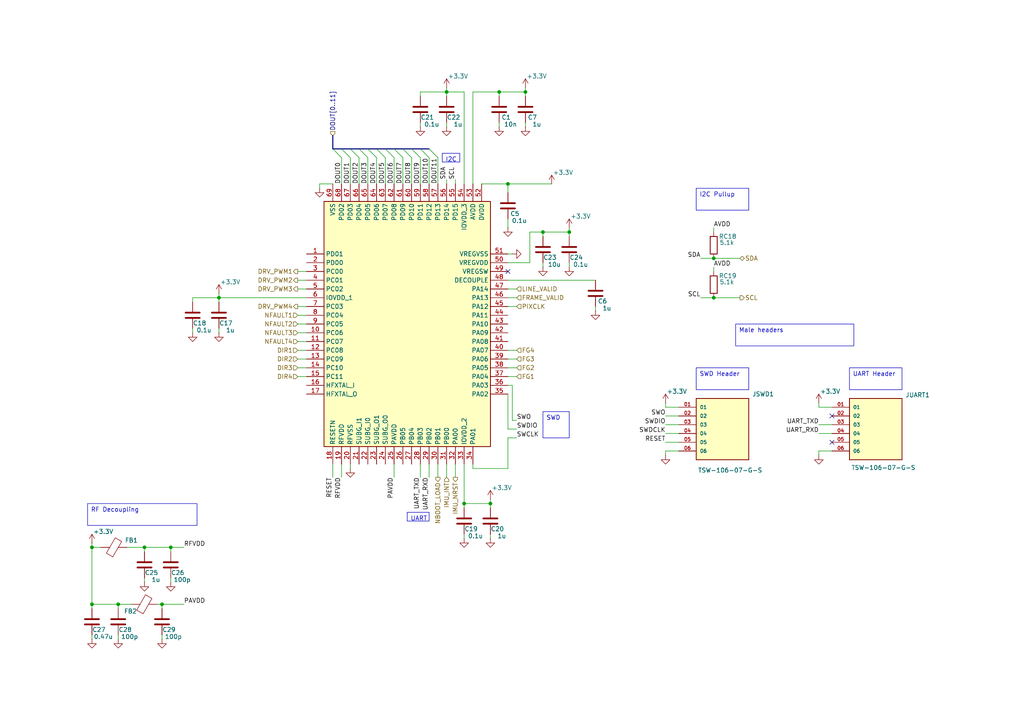
<source format=kicad_sch>
(kicad_sch (version 20231120) (generator "eeschema") (generator_version "8.0")
  (paper "A4")
  (title_block (title "FMU") (date "2024-04-05") (rev "1") (company "Daniel Pérez (steewBSD)") (comment 1 "Flight Management Unit for quadcopter") (comment 2 "Microcontroller, antenna and serial interfaces"))
  (lib_symbols
    (symbol "Device:C" (pin_numbers hide) (pin_names (offset 0.254))
      (property "Reference" "C" (at 0.635 2.54 0))
      (property "Value" "C" (at 0.635 -2.54 0))
      (symbol "C_0_1"
        (polyline (pts (xy -2.032 -0.762) (xy 2.032 -0.762)) (stroke (width 0.508)))
        (polyline (pts (xy -2.032 0.762) (xy 2.032 0.762)) (stroke (width 0.508)))
      )
      (symbol "C_1_1"
        (pin passive line (at 0 3.81 270) (length 2.794) (name "~") (number "1"))
        (pin passive line (at 0 -3.81 90) (length 2.794) (name "~") (number "2"))
      )
    )
    (symbol "Device:FerriteBead" (pin_numbers hide) (pin_names (offset 0))
      (property "Reference" "FB" (at -3.81 0.635 90))
      (property "Value" "FerriteBead" (at 3.81 0 90))
      (symbol "FerriteBead_0_1"
        (polyline (pts (xy 0 -1.27) (xy 0 -1.2192)))
        (polyline (pts (xy 0 1.27) (xy 0 1.2954)))
        (polyline (pts (xy -2.7686 0.4064) (xy -1.7018 2.2606) (xy 2.7686 -0.3048) (xy 1.6764 -2.159) (xy -2.7686 0.4064)))
      )
      (symbol "FerriteBead_1_1"
        (pin passive line (at 0 3.81 270) (length 2.54) (name "~") (number "1"))
        (pin passive line (at 0 -3.81 90) (length 2.54) (name "~") (number "2"))
      )
    )
    (symbol "Device:R" (pin_numbers hide) (pin_names (offset 0))
      (property "Reference" "R" (at 2.032 0 90))
      (property "Value" "R" (at 0 0 90))
      (symbol "R_0_1"
        (rectangle (start -1.016 -2.54) (end 1.016 2.54) (stroke (width 0.254)))
      )
      (symbol "R_1_1"
        (pin passive line (at 0 3.81 270) (length 1.27) (name "~") (number "1"))
        (pin passive line (at 0 -3.81 90) (length 1.27) (name "~") (number "2"))
      )
    )
    (symbol "EFR32FG28B320F1024IM68-AR:EFR32FG28B320F1024IM68-AR"
      (property "Reference" "IC" (at 54.61 20.32 0))
      (property "Value" "EFR32FG28B320F1024IM68-AR" (at 54.61 17.78 0))
      (symbol "EFR32FG28B320F1024IM68-AR_1_1"
        (rectangle (start 5.08 15.24) (end 53.34 -55.88) (stroke (width 0.254)) (fill (type background)))
        (pin passive line (at 0 0 0) (length 5.08) (name "PD01") (number "1"))
        (pin passive line (at 0 -22.86 0) (length 5.08) (name "PC06") (number "10"))
        (pin passive line (at 0 -25.4 0) (length 5.08) (name "PC07") (number "11"))
        (pin passive line (at 0 -27.94 0) (length 5.08) (name "PC08") (number "12"))
        (pin passive line (at 0 -30.48 0) (length 5.08) (name "PC09") (number "13"))
        (pin passive line (at 0 -33.02 0) (length 5.08) (name "PC10") (number "14"))
        (pin passive line (at 0 -35.56 0) (length 5.08) (name "PC11") (number "15"))
        (pin passive line (at 0 -38.1 0) (length 5.08) (name "HFXTAL_I") (number "16"))
        (pin passive line (at 0 -40.64 0) (length 5.08) (name "HFXTAL_O") (number "17"))
        (pin passive line (at 7.62 -60.96 90) (length 5.08) (name "RESETN") (number "18"))
        (pin passive line (at 10.16 -60.96 90) (length 5.08) (name "RFVDD") (number "19"))
        (pin passive line (at 0 -2.54 0) (length 5.08) (name "PD00") (number "2"))
        (pin passive line (at 12.7 -60.96 90) (length 5.08) (name "RFVSS") (number "20"))
        (pin passive line (at 15.24 -60.96 90) (length 5.08) (name "SUBG_I1") (number "21"))
        (pin passive line (at 17.78 -60.96 90) (length 5.08) (name "SUBG_I0") (number "22"))
        (pin passive line (at 20.32 -60.96 90) (length 5.08) (name "SUBG_O1") (number "23"))
        (pin passive line (at 22.86 -60.96 90) (length 5.08) (name "SUBG_O0") (number "24"))
        (pin passive line (at 25.4 -60.96 90) (length 5.08) (name "PAVDD") (number "25"))
        (pin passive line (at 27.94 -60.96 90) (length 5.08) (name "PB05") (number "26"))
        (pin passive line (at 30.48 -60.96 90) (length 5.08) (name "PB04") (number "27"))
        (pin passive line (at 33.02 -60.96 90) (length 5.08) (name "PB03") (number "28"))
        (pin passive line (at 35.56 -60.96 90) (length 5.08) (name "PB02") (number "29"))
        (pin passive line (at 0 -5.08 0) (length 5.08) (name "PC00") (number "3"))
        (pin passive line (at 38.1 -60.96 90) (length 5.08) (name "PB01") (number "30"))
        (pin passive line (at 40.64 -60.96 90) (length 5.08) (name "PB00") (number "31"))
        (pin passive line (at 43.18 -60.96 90) (length 5.08) (name "PA00") (number "32"))
        (pin passive line (at 45.72 -60.96 90) (length 5.08) (name "IOVDD_2") (number "33"))
        (pin passive line (at 48.26 -60.96 90) (length 5.08) (name "PA01") (number "34"))
        (pin passive line (at 58.42 -40.64 180) (length 5.08) (name "PA02") (number "35"))
        (pin passive line (at 58.42 -38.1 180) (length 5.08) (name "PA03") (number "36"))
        (pin passive line (at 58.42 -35.56 180) (length 5.08) (name "PA04") (number "37"))
        (pin passive line (at 58.42 -33.02 180) (length 5.08) (name "PA05") (number "38"))
        (pin passive line (at 58.42 -30.48 180) (length 5.08) (name "PA06") (number "39"))
        (pin passive line (at 0 -7.62 0) (length 5.08) (name "PC01") (number "4"))
        (pin passive line (at 58.42 -27.94 180) (length 5.08) (name "PA07") (number "40"))
        (pin passive line (at 58.42 -25.4 180) (length 5.08) (name "PA08") (number "41"))
        (pin passive line (at 58.42 -22.86 180) (length 5.08) (name "PA09") (number "42"))
        (pin passive line (at 58.42 -20.32 180) (length 5.08) (name "PA10") (number "43"))
        (pin passive line (at 58.42 -17.78 180) (length 5.08) (name "PA11") (number "44"))
        (pin passive line (at 58.42 -15.24 180) (length 5.08) (name "PA12") (number "45"))
        (pin passive line (at 58.42 -12.7 180) (length 5.08) (name "PA13") (number "46"))
        (pin passive line (at 58.42 -10.16 180) (length 5.08) (name "PA14") (number "47"))
        (pin passive line (at 58.42 -7.62 180) (length 5.08) (name "DECOUPLE") (number "48"))
        (pin passive line (at 58.42 -5.08 180) (length 5.08) (name "VREGSW") (number "49"))
        (pin passive line (at 0 -10.16 0) (length 5.08) (name "PC02") (number "5"))
        (pin passive line (at 58.42 -2.54 180) (length 5.08) (name "VREGVDD") (number "50"))
        (pin passive line (at 58.42 0 180) (length 5.08) (name "VREGVSS") (number "51"))
        (pin passive line (at 50.8 20.32 270) (length 5.08) (name "DVDD") (number "52"))
        (pin passive line (at 48.26 20.32 270) (length 5.08) (name "AVDD") (number "53"))
        (pin passive line (at 45.72 20.32 270) (length 5.08) (name "IOVDD_3") (number "54"))
        (pin passive line (at 43.18 20.32 270) (length 5.08) (name "PD15") (number "55"))
        (pin passive line (at 40.64 20.32 270) (length 5.08) (name "PD14") (number "56"))
        (pin passive line (at 38.1 20.32 270) (length 5.08) (name "PD13") (number "57"))
        (pin passive line (at 35.56 20.32 270) (length 5.08) (name "PD12") (number "58"))
        (pin passive line (at 33.02 20.32 270) (length 5.08) (name "PD11") (number "59"))
        (pin passive line (at 0 -12.7 0) (length 5.08) (name "IOVDD_1") (number "6"))
        (pin passive line (at 30.48 20.32 270) (length 5.08) (name "PD10") (number "60"))
        (pin passive line (at 27.94 20.32 270) (length 5.08) (name "PD09") (number "61"))
        (pin passive line (at 25.4 20.32 270) (length 5.08) (name "PD08") (number "62"))
        (pin passive line (at 22.86 20.32 270) (length 5.08) (name "PD07") (number "63"))
        (pin passive line (at 20.32 20.32 270) (length 5.08) (name "PD06") (number "64"))
        (pin passive line (at 17.78 20.32 270) (length 5.08) (name "PD05") (number "65"))
        (pin passive line (at 15.24 20.32 270) (length 5.08) (name "PD04") (number "66"))
        (pin passive line (at 12.7 20.32 270) (length 5.08) (name "PD03") (number "67"))
        (pin passive line (at 10.16 20.32 270) (length 5.08) (name "PD02") (number "68"))
        (pin passive line (at 7.62 20.32 270) (length 5.08) (name "VSS") (number "69"))
        (pin passive line (at 0 -15.24 0) (length 5.08) (name "PC03") (number "7"))
        (pin passive line (at 0 -17.78 0) (length 5.08) (name "PC04") (number "8"))
        (pin passive line (at 0 -20.32 0) (length 5.08) (name "PC05") (number "9"))
      )
    )
    (symbol "TSW-106-07-G-S:TSW-106-07-G-S" (pin_names (offset 1.016))
      (property "Reference" "J" (at -8.12 10.16 0))
      (property "Value" "TSW-106-07-G-S" (at -7.62 -10.16 0))
      (symbol "TSW-106-07-G-S_0_0"
        (rectangle (start -7.62 -7.62) (end 7.62 10.16) (stroke (width 0.254)) (fill (type background)))
        (pin passive line (at -12.7 7.62 0) (length 5.08) (name "01") (number "01"))
        (pin passive line (at -12.7 5.08 0) (length 5.08) (name "02") (number "02"))
        (pin passive line (at -12.7 2.54 0) (length 5.08) (name "03") (number "03"))
        (pin passive line (at -12.7 0 0) (length 5.08) (name "04") (number "04"))
        (pin passive line (at -12.7 -2.54 0) (length 5.08) (name "05") (number "05"))
        (pin passive line (at -12.7 -5.08 0) (length 5.08) (name "06") (number "06"))
      )
    )
    (symbol "power:+3.3V" (power) (pin_numbers hide) (pin_names (offset 0) hide)
      (property "Value" "+3.3V" (at 0 3.556 0))
      (symbol "+3.3V_0_1"
        (polyline (pts (xy -0.762 1.27) (xy 0 2.54)))
        (polyline (pts (xy 0 0) (xy 0 2.54)))
        (polyline (pts (xy 0 2.54) (xy 0.762 1.27)))
      )
      (symbol "+3.3V_1_1"
        (pin power_in line (at 0 0 90) (length 0) (name "~") (number "1"))
      )
    )
    (symbol "power:GND" (power) (pin_numbers hide) (pin_names (offset 0) hide)
      (property "Value" "GND" (at 0 -3.81 0))
      (symbol "GND_0_1"
        (polyline (pts (xy 0 0) (xy 0 -1.27) (xy 1.27 -1.27) (xy 0 -2.54) (xy -1.27 -1.27) (xy 0 -1.27)))
      )
      (symbol "GND_1_1"
        (pin power_in line (at 0 0 270) (length 0) (name "~") (number "1"))
      )
    )
  )
  (junction (at 49.53 158.75))
  (junction (at 26.67 158.75))
  (junction (at 165.1 67.31))
  (junction (at 207.01 86.36))
  (junction (at 152.4 26.67))
  (junction (at 147.32 53.34))
  (junction (at 34.29 175.26))
  (junction (at 46.99 175.26))
  (junction (at 144.78 26.67))
  (junction (at 157.48 67.31))
  (junction (at 142.24 146.05))
  (junction (at 129.54 26.67))
  (junction (at 26.67 175.26))
  (junction (at 134.62 146.05))
  (junction (at 41.91 158.75))
  (junction (at 63.5 86.36))
  (junction (at 207.01 74.93))
  (no_connect (at 147.32 78.74))
  (no_connect (at 241.3 128.27))
  (no_connect (at 241.3 120.65))
  (bus_entry (at 114.3 43.18) (size 2.54 2.54))
  (bus_entry (at 96.52 43.18) (size 2.54 2.54))
  (bus_entry (at 124.46 43.18) (size 2.54 2.54))
  (bus_entry (at 106.68 43.18) (size 2.54 2.54))
  (bus_entry (at 109.22 43.18) (size 2.54 2.54))
  (bus_entry (at 101.6 43.18) (size 2.54 2.54))
  (bus_entry (at 104.14 43.18) (size 2.54 2.54))
  (bus_entry (at 111.76 43.18) (size 2.54 2.54))
  (bus_entry (at 116.84 43.18) (size 2.54 2.54))
  (bus_entry (at 119.38 43.18) (size 2.54 2.54))
  (bus_entry (at 99.06 43.18) (size 2.54 2.54))
  (bus_entry (at 121.92 43.18) (size 2.54 2.54))
  (wire (pts (xy 157.48 76.2) (xy 157.48 77.47)))
  (wire (pts (xy 139.7 53.34) (xy 147.32 53.34)))
  (wire (pts (xy 207.01 74.93) (xy 214.63 74.93)))
  (wire (pts (xy 207.01 86.36) (xy 214.63 86.36)))
  (wire (pts (xy 134.62 146.05) (xy 134.62 147.32)))
  (wire (pts (xy 63.5 85.09) (xy 63.5 86.36)))
  (wire (pts (xy 193.04 132.08) (xy 193.04 130.81)))
  (wire (pts (xy 147.32 81.28) (xy 172.72 81.28)))
  (wire (pts (xy 119.38 45.72) (xy 119.38 53.34)))
  (wire (pts (xy 26.67 158.75) (xy 26.67 175.26)))
  (wire (pts (xy 147.32 101.6) (xy 149.86 101.6)))
  (bus (pts (xy 111.76 43.18) (xy 114.3 43.18)))
  (wire (pts (xy 114.3 45.72) (xy 114.3 53.34)))
  (wire (pts (xy 147.32 66.04) (xy 147.32 63.5)))
  (bus (pts (xy 121.92 43.18) (xy 124.46 43.18)))
  (wire (pts (xy 121.92 134.62) (xy 121.92 138.43)))
  (wire (pts (xy 137.16 26.67) (xy 144.78 26.67)))
  (wire (pts (xy 121.92 45.72) (xy 121.92 53.34)))
  (wire (pts (xy 124.46 45.72) (xy 124.46 53.34)))
  (bus (pts (xy 101.6 43.18) (xy 104.14 43.18)))
  (wire (pts (xy 153.67 67.31) (xy 157.48 67.31)))
  (wire (pts (xy 147.32 124.46) (xy 149.86 124.46)))
  (wire (pts (xy 121.92 26.67) (xy 121.92 27.94)))
  (wire (pts (xy 237.49 130.81) (xy 241.3 130.81)))
  (wire (pts (xy 134.62 154.94) (xy 134.62 156.21)))
  (wire (pts (xy 237.49 123.19) (xy 241.3 123.19)))
  (wire (pts (xy 147.32 83.82) (xy 149.86 83.82)))
  (wire (pts (xy 147.32 109.22) (xy 149.86 109.22)))
  (wire (pts (xy 26.67 158.75) (xy 29.21 158.75)))
  (wire (pts (xy 153.67 76.2) (xy 147.32 76.2)))
  (bus (pts (xy 96.52 43.18) (xy 96.52 39.37)))
  (wire (pts (xy 86.36 101.6) (xy 88.9 101.6)))
  (wire (pts (xy 34.29 175.26) (xy 34.29 176.53)))
  (wire (pts (xy 147.32 111.76) (xy 148.59 111.76)))
  (wire (pts (xy 129.54 35.56) (xy 129.54 36.83)))
  (wire (pts (xy 147.32 106.68) (xy 149.86 106.68)))
  (wire (pts (xy 144.78 26.67) (xy 152.4 26.67)))
  (wire (pts (xy 86.36 88.9) (xy 88.9 88.9)))
  (bus (pts (xy 96.52 43.18) (xy 99.06 43.18)))
  (wire (pts (xy 237.49 125.73) (xy 241.3 125.73)))
  (wire (pts (xy 157.48 67.31) (xy 157.48 68.58)))
  (wire (pts (xy 237.49 116.84) (xy 237.49 118.11)))
  (wire (pts (xy 237.49 118.11) (xy 241.3 118.11)))
  (wire (pts (xy 124.46 134.62) (xy 124.46 138.43)))
  (wire (pts (xy 127 45.72) (xy 127 53.34)))
  (wire (pts (xy 26.67 184.15) (xy 26.67 185.42)))
  (wire (pts (xy 152.4 26.67) (xy 152.4 27.94)))
  (wire (pts (xy 34.29 184.15) (xy 34.29 185.42)))
  (wire (pts (xy 196.85 118.11) (xy 193.04 118.11)))
  (wire (pts (xy 116.84 45.72) (xy 116.84 53.34)))
  (wire (pts (xy 193.04 130.81) (xy 196.85 130.81)))
  (wire (pts (xy 147.32 88.9) (xy 149.86 88.9)))
  (wire (pts (xy 104.14 45.72) (xy 104.14 53.34)))
  (wire (pts (xy 142.24 144.78) (xy 142.24 146.05)))
  (wire (pts (xy 147.32 55.88) (xy 147.32 53.34)))
  (wire (pts (xy 147.32 53.34) (xy 160.02 53.34)))
  (wire (pts (xy 46.99 175.26) (xy 53.34 175.26)))
  (wire (pts (xy 147.32 124.46) (xy 147.32 114.3)))
  (wire (pts (xy 101.6 134.62) (xy 101.6 135.89)))
  (wire (pts (xy 193.04 125.73) (xy 196.85 125.73)))
  (wire (pts (xy 147.32 135.89) (xy 137.16 135.89)))
  (wire (pts (xy 49.53 158.75) (xy 49.53 160.02)))
  (wire (pts (xy 152.4 25.4) (xy 152.4 26.67)))
  (wire (pts (xy 46.99 176.53) (xy 46.99 175.26)))
  (wire (pts (xy 129.54 134.62) (xy 129.54 138.43)))
  (wire (pts (xy 41.91 158.75) (xy 49.53 158.75)))
  (wire (pts (xy 144.78 35.56) (xy 144.78 36.83)))
  (wire (pts (xy 193.04 120.65) (xy 196.85 120.65)))
  (wire (pts (xy 157.48 67.31) (xy 165.1 67.31)))
  (wire (pts (xy 144.78 26.67) (xy 144.78 27.94)))
  (wire (pts (xy 142.24 154.94) (xy 142.24 156.21)))
  (wire (pts (xy 41.91 158.75) (xy 41.91 160.02)))
  (wire (pts (xy 86.36 99.06) (xy 88.9 99.06)))
  (wire (pts (xy 165.1 76.2) (xy 165.1 77.47)))
  (bus (pts (xy 116.84 43.18) (xy 119.38 43.18)))
  (wire (pts (xy 165.1 67.31) (xy 165.1 68.58)))
  (wire (pts (xy 147.32 104.14) (xy 149.86 104.14)))
  (wire (pts (xy 63.5 86.36) (xy 63.5 87.63)))
  (wire (pts (xy 147.32 73.66) (xy 148.59 73.66)))
  (wire (pts (xy 147.32 127) (xy 149.86 127)))
  (wire (pts (xy 41.91 167.64) (xy 41.91 168.91)))
  (wire (pts (xy 86.36 81.28) (xy 88.9 81.28)))
  (wire (pts (xy 165.1 66.04) (xy 165.1 67.31)))
  (wire (pts (xy 26.67 175.26) (xy 26.67 176.53)))
  (wire (pts (xy 36.83 158.75) (xy 41.91 158.75)))
  (wire (pts (xy 147.32 135.89) (xy 147.32 127)))
  (wire (pts (xy 114.3 138.43) (xy 114.3 134.62)))
  (wire (pts (xy 129.54 52.07) (xy 129.54 53.34)))
  (wire (pts (xy 55.88 86.36) (xy 63.5 86.36)))
  (wire (pts (xy 193.04 123.19) (xy 196.85 123.19)))
  (wire (pts (xy 129.54 25.4) (xy 129.54 26.67)))
  (wire (pts (xy 148.59 121.92) (xy 149.86 121.92)))
  (wire (pts (xy 153.67 67.31) (xy 153.67 76.2)))
  (bus (pts (xy 104.14 43.18) (xy 106.68 43.18)))
  (bus (pts (xy 99.06 43.18) (xy 101.6 43.18)))
  (wire (pts (xy 132.08 52.07) (xy 132.08 53.34)))
  (wire (pts (xy 109.22 45.72) (xy 109.22 53.34)))
  (wire (pts (xy 132.08 134.62) (xy 132.08 138.43)))
  (wire (pts (xy 86.36 83.82) (xy 88.9 83.82)))
  (wire (pts (xy 26.67 175.26) (xy 34.29 175.26)))
  (wire (pts (xy 142.24 146.05) (xy 142.24 147.32)))
  (wire (pts (xy 147.32 86.36) (xy 149.86 86.36)))
  (wire (pts (xy 172.72 88.9) (xy 172.72 90.17)))
  (wire (pts (xy 106.68 45.72) (xy 106.68 53.34)))
  (wire (pts (xy 207.01 66.04) (xy 207.01 67.31)))
  (wire (pts (xy 99.06 45.72) (xy 99.06 53.34)))
  (wire (pts (xy 237.49 132.08) (xy 237.49 130.81)))
  (wire (pts (xy 45.72 175.26) (xy 46.99 175.26)))
  (wire (pts (xy 207.01 77.47) (xy 207.01 78.74)))
  (wire (pts (xy 129.54 26.67) (xy 129.54 27.94)))
  (wire (pts (xy 92.71 54.61) (xy 92.71 53.34)))
  (wire (pts (xy 137.16 26.67) (xy 137.16 53.34)))
  (wire (pts (xy 101.6 45.72) (xy 101.6 53.34)))
  (bus (pts (xy 109.22 43.18) (xy 111.76 43.18)))
  (wire (pts (xy 92.71 53.34) (xy 96.52 53.34)))
  (wire (pts (xy 193.04 118.11) (xy 193.04 116.84)))
  (wire (pts (xy 86.36 93.98) (xy 88.9 93.98)))
  (wire (pts (xy 86.36 96.52) (xy 88.9 96.52)))
  (wire (pts (xy 203.2 86.36) (xy 207.01 86.36)))
  (bus (pts (xy 114.3 43.18) (xy 116.84 43.18)))
  (wire (pts (xy 134.62 26.67) (xy 134.62 53.34)))
  (wire (pts (xy 49.53 167.64) (xy 49.53 168.91)))
  (wire (pts (xy 55.88 86.36) (xy 55.88 87.63)))
  (wire (pts (xy 134.62 134.62) (xy 134.62 146.05)))
  (wire (pts (xy 26.67 157.48) (xy 26.67 158.75)))
  (wire (pts (xy 46.99 185.42) (xy 46.99 184.15)))
  (wire (pts (xy 111.76 45.72) (xy 111.76 53.34)))
  (bus (pts (xy 106.68 43.18) (xy 109.22 43.18)))
  (wire (pts (xy 86.36 78.74) (xy 88.9 78.74)))
  (wire (pts (xy 148.59 111.76) (xy 148.59 121.92)))
  (wire (pts (xy 96.52 134.62) (xy 96.52 138.43)))
  (wire (pts (xy 86.36 91.44) (xy 88.9 91.44)))
  (wire (pts (xy 86.36 109.22) (xy 88.9 109.22)))
  (wire (pts (xy 63.5 95.25) (xy 63.5 96.52)))
  (wire (pts (xy 193.04 128.27) (xy 196.85 128.27)))
  (wire (pts (xy 203.2 74.93) (xy 207.01 74.93)))
  (bus (pts (xy 119.38 43.18) (xy 121.92 43.18)))
  (wire (pts (xy 49.53 158.75) (xy 53.34 158.75)))
  (wire (pts (xy 55.88 95.25) (xy 55.88 96.52)))
  (wire (pts (xy 152.4 35.56) (xy 152.4 36.83)))
  (wire (pts (xy 99.06 134.62) (xy 99.06 138.43)))
  (wire (pts (xy 34.29 175.26) (xy 38.1 175.26)))
  (wire (pts (xy 63.5 86.36) (xy 88.9 86.36)))
  (wire (pts (xy 86.36 106.68) (xy 88.9 106.68)))
  (wire (pts (xy 137.16 135.89) (xy 137.16 134.62)))
  (wire (pts (xy 134.62 26.67) (xy 129.54 26.67)))
  (wire (pts (xy 121.92 26.67) (xy 129.54 26.67)))
  (wire (pts (xy 86.36 104.14) (xy 88.9 104.14)))
  (wire (pts (xy 121.92 35.56) (xy 121.92 36.83)))
  (wire (pts (xy 127 134.62) (xy 127 138.43)))
  (wire (pts (xy 134.62 146.05) (xy 142.24 146.05)))
  (text_box "RF Decoupling" (at 25.4 146.05 0) (size 31.75 6.35) (effects (font (size 1.27 1.27)) (justify left top)))
  (text_box "Male headers" (at 213.36 93.98 0) (size 34.29 6.35) (effects (font (size 1.27 1.27)) (justify left top)))
  (text_box "I2C" (at 128.27 44.45 0) (size 5.08 2.54) (effects (font (size 1.27 1.27)) (justify left top)))
  (text_box "UART" (at 118.11 148.59 0) (size 6.35 2.54) (effects (font (size 1.27 1.27)) (justify left top)))
  (text_box "SWD Header" (at 201.93 106.68 0) (size 15.24 6.35) (effects (font (size 1.27 1.27)) (justify left top)))
  (text_box "I2C Pullup" (at 201.93 54.61 0) (size 15.24 6.35) (effects (font (size 1.27 1.27)) (justify left top)))
  (text_box "SWD" (at 157.48 119.38 0) (size 7.62 7.62) (effects (font (size 1.27 1.27)) (justify left top)))
  (text_box "UART Header" (at 246.38 106.68 0) (size 15.24 6.35) (effects (font (size 1.27 1.27)) (justify left top)))
  (label "PAVDD" (at 114.3 138.43 270))
  (label "PAVDD" (at 53.34 175.26 0))
  (label "UART_RXD" (at 124.46 138.43 270))
  (label "SWCLK" (at 149.86 127 0))
  (label "RFVDD" (at 53.34 158.75 0))
  (label "DOUT3" (at 106.68 53.34 90))
  (label "DOUT5" (at 111.76 53.34 90))
  (label "SWDIO" (at 149.86 124.46 0))
  (label "SWDCLK" (at 193.04 125.73 180))
  (label "UART_RXD" (at 237.49 125.73 180))
  (label "DOUT10" (at 124.46 53.34 90))
  (label "UART_TXD" (at 121.92 138.43 270))
  (label "DOUT4" (at 109.22 53.34 90))
  (label "DOUT11" (at 127 53.34 90))
  (label "SWO" (at 149.86 121.92 0))
  (label "SCL" (at 132.08 52.07 90))
  (label "SDA" (at 203.2 74.93 180))
  (label "DOUT2" (at 104.14 53.34 90))
  (label "DOUT7" (at 116.84 53.34 90))
  (label "DOUT6" (at 114.3 53.34 90))
  (label "DOUT1" (at 101.6 53.34 90))
  (label "SCL" (at 203.2 86.36 180))
  (label "RESET" (at 193.04 128.27 180))
  (label "SWDIO" (at 193.04 123.19 180))
  (label "AVDD" (at 207.01 77.47 0))
  (label "DOUT0" (at 99.06 53.34 90))
  (label "SWO" (at 193.04 120.65 180))
  (label "UART_TXD" (at 237.49 123.19 180))
  (label "DOUT8" (at 119.38 53.34 90))
  (label "AVDD" (at 207.01 66.04 0))
  (label "RFVDD" (at 99.06 138.43 270))
  (label "SDA" (at 129.54 52.07 90))
  (label "RESET" (at 96.52 138.43 270))
  (label "DOUT9" (at 121.92 53.34 90))
  (hierarchical_label "LINE_VALID" (shape input) (at 149.86 83.82 0))
  (hierarchical_label "DRV_PWM2" (shape output) (at 86.36 81.28 180))
  (hierarchical_label "IMU_INT" (shape input) (at 129.54 138.43 270))
  (hierarchical_label "DIR4" (shape input) (at 86.36 109.22 180))
  (hierarchical_label "DOUT[0..11]" (shape input) (at 96.52 39.37 90))
  (hierarchical_label "NFAULT1" (shape input) (at 86.36 91.44 180))
  (hierarchical_label "NFAULT3" (shape input) (at 86.36 96.52 180))
  (hierarchical_label "FRAME_VALID" (shape input) (at 149.86 86.36 0))
  (hierarchical_label "PIXCLK" (shape input) (at 149.86 88.9 0))
  (hierarchical_label "DIR1" (shape input) (at 86.36 101.6 180))
  (hierarchical_label "FG2" (shape input) (at 149.86 106.68 0))
  (hierarchical_label "DIR3" (shape input) (at 86.36 106.68 180))
  (hierarchical_label "DIR2" (shape input) (at 86.36 104.14 180))
  (hierarchical_label "NBOOT_LOAD" (shape output) (at 127 138.43 270))
  (hierarchical_label "IMU_NRST" (shape output) (at 132.08 138.43 270))
  (hierarchical_label "SCL" (shape output) (at 214.63 86.36 0))
  (hierarchical_label "FG1" (shape input) (at 149.86 109.22 0))
  (hierarchical_label "FG3" (shape input) (at 149.86 104.14 0))
  (hierarchical_label "DRV_PWM1" (shape output) (at 86.36 78.74 180))
  (hierarchical_label "DRV_PWM4" (shape output) (at 86.36 88.9 180))
  (hierarchical_label "NFAULT4" (shape input) (at 86.36 99.06 180))
  (hierarchical_label "FG4" (shape input) (at 149.86 101.6 0))
  (hierarchical_label "SDA" (shape bidirectional) (at 214.63 74.93 0))
  (hierarchical_label "DRV_PWM3" (shape output) (at 86.36 83.82 180))
  (hierarchical_label "NFAULT2" (shape input) (at 86.36 93.98 180))
  (symbol (lib_id "power:GND") (at 172.72 90.17 0) (unit 1)
    (property "Reference" "#PWR08" (effects (hide yes)))
    (property "Value" "GND" (effects (hide yes)))
    (property "Description" "Power symbol creates a global label with name \"GND\" , ground" (effects (hide yes)))
  )
  (symbol (lib_id "power:+3.3V") (at 26.67 157.48 0) (unit 1)
    (property "Reference" "#PWR0113" (effects (hide yes)))
    (property "Value" "+3.3V" (at 29.972 154.178 0))
    (property "Description" "Power symbol creates a global label with name \"+3.3V\"" (effects (hide yes)))
  )
  (symbol (lib_id "power:GND") (at 46.99 185.42 0) (unit 1)
    (property "Reference" "#PWR0117" (effects (hide yes)))
    (property "Value" "GND" (effects (hide yes)))
    (property "Description" "Power symbol creates a global label with name \"GND\" , ground" (effects (hide yes)))
  )
  (symbol (lib_id "EFR32FG28B320F1024IM68-AR:EFR32FG28B320F1024IM68-AR") (at 88.9 73.66 0) (unit 1)
    (property "Reference" "IC2" (effects (hide yes)))
    (property "Value" "EFR32FG28B320F1024IM68-AR" (effects (hide yes)))
    (property "Footprint" "QFN40P800X800X90-69N-D" (effects (hide yes)))
    (property "Datasheet" "https://www.silabs.com/documents/public/data-sheets/efr32fg28-datasheet.pdf" (effects (hide yes)))
    (property "Description" "RF System on a Chip - SoC Sub-GHz, 1024kB Flash, 256kB RAM, +20 dBm, Secure Vault - High, MVP" (effects (hide yes)))
    (property "Height" "0.9" (effects (hide yes)))
    (property "Manufacturer_Name" "Silicon Labs" (effects (hide yes)))
    (property "Manufacturer_Part_Number" "EFR32FG28B320F1024IM68-AR" (effects (hide yes)))
    (property "Mouser Part Number" "634-FG28B320FIM68AR" (effects (hide yes)))
    (property "Mouser Price/Stock" "https://www.mouser.co.uk/ProductDetail/Silicon-Labs/EFR32FG28B320F1024IM68-AR?qs=1Kr7Jg1SGW9ihWLi9kinpQ%3D%3D" (effects (hide yes)))
  )
  (symbol (lib_id "power:GND") (at 49.53 168.91 0) (unit 1)
    (property "Reference" "#PWR0116" (effects (hide yes)))
    (property "Value" "GND" (effects (hide yes)))
    (property "Description" "Power symbol creates a global label with name \"GND\" , ground" (effects (hide yes)))
  )
  (symbol (lib_id "power:GND") (at 41.91 168.91 0) (unit 1)
    (property "Reference" "#PWR0114" (effects (hide yes)))
    (property "Value" "GND" (effects (hide yes)))
    (property "Description" "Power symbol creates a global label with name \"GND\" , ground" (effects (hide yes)))
  )
  (symbol (lib_id "power:GND") (at 237.49 132.08 0) (unit 1)
    (property "Reference" "#PWR080" (effects (hide yes)))
    (property "Value" "GND" (effects (hide yes)))
    (property "Description" "Power symbol creates a global label with name \"GND\" , ground" (effects (hide yes)))
  )
  (symbol (lib_id "Device:C") (at 144.78 31.75 180) (unit 1)
    (property "Reference" "C1" (at 146.812 34.036 0))
    (property "Value" "10n" (at 148.082 36.068 0))
    (property "Footprint" "Capacitor_SMD:C_0603_1608Metric" (effects (hide yes)))
    (property "Description" "Unpolarized capacitor" (effects (hide yes)))
    (property "Type" "X5R" (effects (hide yes)))
  )
  (symbol (lib_id "power:GND") (at 144.78 36.83 0) (unit 1)
    (property "Reference" "#PWR09" (effects (hide yes)))
    (property "Value" "GND" (effects (hide yes)))
    (property "Description" "Power symbol creates a global label with name \"GND\" , ground" (effects (hide yes)))
  )
  (symbol (lib_id "power:+3.3V") (at 142.24 144.78 0) (unit 1)
    (property "Reference" "#PWR0105" (effects (hide yes)))
    (property "Value" "+3.3V" (at 145.542 141.478 0))
    (property "Description" "Power symbol creates a global label with name \"+3.3V\"" (effects (hide yes)))
  )
  (symbol (lib_id "power:+3.3V") (at 160.02 53.34 0) (unit 1)
    (property "Reference" "#PWR05" (effects (hide yes)))
    (property "Value" "+3.3V" (at 163.322 50.038 0))
    (property "Description" "Power symbol creates a global label with name \"+3.3V\"" (effects (hide yes)))
  )
  (symbol (lib_id "power:+3.3V") (at 152.4 25.4 0) (unit 1)
    (property "Reference" "#PWR011" (effects (hide yes)))
    (property "Value" "+3.3V" (at 155.702 22.098 0))
    (property "Description" "Power symbol creates a global label with name \"+3.3V\"" (effects (hide yes)))
  )
  (symbol (lib_id "Device:R") (at 207.01 71.12 0) (unit 1)
    (property "Reference" "RC18" (at 211.074 68.58 0))
    (property "Value" "5.1k" (at 210.82 70.358 0))
    (property "Footprint" "Resistor_SMD:R_0603_1608Metric" (effects (hide yes)))
    (property "Description" "Resistor" (effects (hide yes)))
  )
  (symbol (lib_id "Device:C") (at 142.24 151.13 180) (unit 1)
    (property "Reference" "C20" (at 144.272 153.416 0))
    (property "Value" "1u" (at 145.542 155.448 0))
    (property "Footprint" "Capacitor_SMD:C_0603_1608Metric" (effects (hide yes)))
    (property "Description" "Unpolarized capacitor" (effects (hide yes)))
    (property "Type" "X5R" (effects (hide yes)))
  )
  (symbol (lib_id "Device:R") (at 207.01 82.55 0) (unit 1)
    (property "Reference" "RC19" (at 211.074 80.01 0))
    (property "Value" "5.1k" (at 210.82 81.788 0))
    (property "Footprint" "Resistor_SMD:R_0603_1608Metric" (effects (hide yes)))
    (property "Description" "Resistor" (effects (hide yes)))
  )
  (symbol (lib_id "power:+3.3V") (at 193.04 116.84 0) (unit 1)
    (property "Reference" "#PWR035" (effects (hide yes)))
    (property "Value" "+3.3V" (at 196.342 113.538 0))
    (property "Description" "Power symbol creates a global label with name \"+3.3V\"" (effects (hide yes)))
  )
  (symbol (lib_id "TSW-106-07-G-S:TSW-106-07-G-S") (at 254 125.73 0) (unit 1)
    (property "Reference" "JUART1" (at 262.636 114.554 0) (effects (justify left)))
    (property "Value" "TSW-106-07-G-S" (at 246.888 135.636 0) (effects (justify left)))
    (property "Footprint" "TSW-106-07-G-S:SAMTEC_TSW-106-07-G-S" (effects (hide yes)))
    (property "MF" "Samtec Inc." (effects (hide yes)))
    (property "Description_1" "\nTSW - Samtec 2.54mm Pin Header 10.92mm Overall Pin Length (07) - Fast Stock\n" (effects (hide yes)))
    (property "Package" "None" (effects (hide yes)))
    (property "Price" "None" (effects (hide yes)))
    (property "Check_prices" "https://www.snapeda.com/parts/TSW-106-07-G-S/Samtec+Inc./view-part/?ref=eda" (effects (hide yes)))
    (property "STANDARD" "Manufacturer Recommendations" (effects (hide yes)))
    (property "PARTREV" "R" (effects (hide yes)))
    (property "SnapEDA_Link" "https://www.snapeda.com/parts/TSW-106-07-G-S/Samtec+Inc./view-part/?ref=snap" (effects (hide yes)))
    (property "MP" "TSW-106-07-G-S" (effects (hide yes)))
    (property "Availability" "In Stock" (effects (hide yes)))
    (property "MANUFACTURER" "Samtec Inc." (effects (hide yes)))
  )
  (symbol (lib_id "power:GND") (at 165.1 77.47 0) (unit 1)
    (property "Reference" "#PWR0112" (effects (hide yes)))
    (property "Value" "GND" (effects (hide yes)))
    (property "Description" "Power symbol creates a global label with name \"GND\" , ground" (effects (hide yes)))
  )
  (symbol (lib_id "power:GND") (at 101.6 135.89 0) (unit 1)
    (property "Reference" "#PWR01" (effects (hide yes)))
    (property "Value" "GND" (effects (hide yes)))
    (property "Description" "Power symbol creates a global label with name \"GND\" , ground" (effects (hide yes)))
  )
  (symbol (lib_id "Device:C") (at 34.29 180.34 180) (unit 1)
    (property "Reference" "C28" (at 36.322 182.626 0))
    (property "Value" "100p" (at 37.592 184.658 0))
    (property "Footprint" "Capacitor_SMD:C_0603_1608Metric" (effects (hide yes)))
    (property "Description" "Unpolarized capacitor" (effects (hide yes)))
    (property "Type" "X5R" (effects (hide yes)))
  )
  (symbol (lib_id "Device:C") (at 172.72 85.09 180) (unit 1)
    (property "Reference" "C6" (at 174.752 87.376 0))
    (property "Value" "1u" (at 176.022 89.408 0))
    (property "Footprint" "Capacitor_SMD:C_0603_1608Metric" (effects (hide yes)))
    (property "Description" "Unpolarized capacitor" (effects (hide yes)))
    (property "Type" "X5R" (effects (hide yes)))
  )
  (symbol (lib_id "power:+3.3V") (at 63.5 85.09 0) (unit 1)
    (property "Reference" "#PWR0101" (effects (hide yes)))
    (property "Value" "+3.3V" (at 66.802 81.788 0))
    (property "Description" "Power symbol creates a global label with name \"+3.3V\"" (effects (hide yes)))
  )
  (symbol (lib_id "power:GND") (at 26.67 185.42 0) (unit 1)
    (property "Reference" "#PWR0115" (effects (hide yes)))
    (property "Value" "GND" (effects (hide yes)))
    (property "Description" "Power symbol creates a global label with name \"GND\" , ground" (effects (hide yes)))
  )
  (symbol (lib_id "Device:C") (at 26.67 180.34 180) (unit 1)
    (property "Reference" "C27" (at 28.702 182.626 0))
    (property "Value" "0.47u" (at 29.972 184.658 0))
    (property "Footprint" "Capacitor_SMD:C_0603_1608Metric" (effects (hide yes)))
    (property "Description" "Unpolarized capacitor" (effects (hide yes)))
    (property "Type" "X5R" (effects (hide yes)))
  )
  (symbol (lib_id "power:GND") (at 142.24 156.21 0) (unit 1)
    (property "Reference" "#PWR0106" (effects (hide yes)))
    (property "Value" "GND" (effects (hide yes)))
    (property "Description" "Power symbol creates a global label with name \"GND\" , ground" (effects (hide yes)))
  )
  (symbol (lib_id "Device:C") (at 46.99 180.34 180) (unit 1)
    (property "Reference" "C29" (at 49.022 182.626 0))
    (property "Value" "100p" (at 50.292 184.658 0))
    (property "Footprint" "Capacitor_SMD:C_0603_1608Metric" (effects (hide yes)))
    (property "Description" "Unpolarized capacitor" (effects (hide yes)))
    (property "Type" "X5R" (effects (hide yes)))
  )
  (symbol (lib_id "power:GND") (at 63.5 96.52 0) (unit 1)
    (property "Reference" "#PWR0102" (effects (hide yes)))
    (property "Value" "GND" (effects (hide yes)))
    (property "Description" "Power symbol creates a global label with name \"GND\" , ground" (effects (hide yes)))
  )
  (symbol (lib_id "Device:C") (at 165.1 72.39 180) (unit 1)
    (property "Reference" "C24" (at 167.132 74.676 0))
    (property "Value" "0.1u" (at 168.402 76.708 0))
    (property "Footprint" "Capacitor_SMD:C_0603_1608Metric" (effects (hide yes)))
    (property "Description" "Unpolarized capacitor" (effects (hide yes)))
    (property "Type" "X5R" (effects (hide yes)))
  )
  (symbol (lib_id "power:GND") (at 148.59 73.66 90) (unit 1)
    (property "Reference" "#PWR013" (effects (hide yes)))
    (property "Value" "GND" (effects (hide yes)))
    (property "Description" "Power symbol creates a global label with name \"GND\" , ground" (effects (hide yes)))
  )
  (symbol (lib_id "power:+3.3V") (at 165.1 66.04 0) (unit 1)
    (property "Reference" "#PWR0110" (effects (hide yes)))
    (property "Value" "+3.3V" (at 168.402 62.738 0))
    (property "Description" "Power symbol creates a global label with name \"+3.3V\"" (effects (hide yes)))
  )
  (symbol (lib_id "Device:C") (at 121.92 31.75 180) (unit 1)
    (property "Reference" "C21" (at 123.952 34.036 0))
    (property "Value" "0.1u" (at 125.222 36.068 0))
    (property "Footprint" "Capacitor_SMD:C_0603_1608Metric" (effects (hide yes)))
    (property "Description" "Unpolarized capacitor" (effects (hide yes)))
    (property "Type" "X5R" (effects (hide yes)))
  )
  (symbol (lib_id "Device:C") (at 55.88 91.44 180) (unit 1)
    (property "Reference" "C18" (at 57.912 93.726 0))
    (property "Value" "0.1u" (at 59.182 95.758 0))
    (property "Footprint" "Capacitor_SMD:C_0603_1608Metric" (effects (hide yes)))
    (property "Description" "Unpolarized capacitor" (effects (hide yes)))
    (property "Type" "X5R" (effects (hide yes)))
  )
  (symbol (lib_id "power:GND") (at 152.4 36.83 0) (unit 1)
    (property "Reference" "#PWR012" (effects (hide yes)))
    (property "Value" "GND" (effects (hide yes)))
    (property "Description" "Power symbol creates a global label with name \"GND\" , ground" (effects (hide yes)))
  )
  (symbol (lib_id "TSW-106-07-G-S:TSW-106-07-G-S") (at 209.55 125.73 0) (unit 1)
    (property "Reference" "JSWD1" (at 218.186 114.3 0) (effects (justify left)))
    (property "Value" "TSW-106-07-G-S" (at 202.438 136.398 0) (effects (justify left)))
    (property "Footprint" "TSW-106-07-G-S:SAMTEC_TSW-106-07-G-S" (effects (hide yes)))
    (property "MF" "Samtec Inc." (effects (hide yes)))
    (property "Description_1" "\nTSW - Samtec 2.54mm Pin Header 10.92mm Overall Pin Length (07) - Fast Stock\n" (effects (hide yes)))
    (property "Package" "None" (effects (hide yes)))
    (property "Price" "None" (effects (hide yes)))
    (property "Check_prices" "https://www.snapeda.com/parts/TSW-106-07-G-S/Samtec+Inc./view-part/?ref=eda" (effects (hide yes)))
    (property "STANDARD" "Manufacturer Recommendations" (effects (hide yes)))
    (property "PARTREV" "R" (effects (hide yes)))
    (property "SnapEDA_Link" "https://www.snapeda.com/parts/TSW-106-07-G-S/Samtec+Inc./view-part/?ref=snap" (effects (hide yes)))
    (property "MP" "TSW-106-07-G-S" (effects (hide yes)))
    (property "Availability" "In Stock" (effects (hide yes)))
    (property "MANUFACTURER" "Samtec Inc." (effects (hide yes)))
  )
  (symbol (lib_id "power:GND") (at 193.04 132.08 0) (unit 1)
    (property "Reference" "#PWR036" (effects (hide yes)))
    (property "Value" "GND" (effects (hide yes)))
    (property "Description" "Power symbol creates a global label with name \"GND\" , ground" (effects (hide yes)))
  )
  (symbol (lib_id "power:+3.3V") (at 129.54 25.4 0) (unit 1)
    (property "Reference" "#PWR0108" (effects (hide yes)))
    (property "Value" "+3.3V" (at 132.842 22.098 0))
    (property "Description" "Power symbol creates a global label with name \"+3.3V\"" (effects (hide yes)))
  )
  (symbol (lib_id "Device:C") (at 134.62 151.13 180) (unit 1)
    (property "Reference" "C19" (at 136.652 153.416 0))
    (property "Value" "0.1u" (at 137.922 155.448 0))
    (property "Footprint" "Capacitor_SMD:C_0603_1608Metric" (effects (hide yes)))
    (property "Description" "Unpolarized capacitor" (effects (hide yes)))
    (property "Type" "X5R" (effects (hide yes)))
  )
  (symbol (lib_id "Device:C") (at 147.32 59.69 180) (unit 1)
    (property "Reference" "C5" (at 149.352 61.976 0))
    (property "Value" "0.1u" (at 150.622 64.008 0))
    (property "Footprint" "Capacitor_SMD:C_0603_1608Metric" (effects (hide yes)))
    (property "Description" "Unpolarized capacitor" (effects (hide yes)))
    (property "Type" "X5R" (effects (hide yes)))
  )
  (symbol (lib_id "Device:C") (at 63.5 91.44 180) (unit 1)
    (property "Reference" "C17" (at 65.532 93.726 0))
    (property "Value" "1u" (at 66.802 95.758 0))
    (property "Footprint" "Capacitor_SMD:C_0603_1608Metric" (effects (hide yes)))
    (property "Description" "Unpolarized capacitor" (effects (hide yes)))
    (property "Type" "X5R" (effects (hide yes)))
  )
  (symbol (lib_id "Device:FerriteBead") (at 33.02 158.75 270) (unit 1)
    (property "Reference" "FB1" (at 38.1 156.718 90))
    (property "Value" "2512067007Y3" (effects (hide yes)))
    (property "Footprint" "Inductor_SMD:L_1206_3216Metric" (effects (hide yes)))
    (property "Description" "Ferrite bead" (effects (hide yes)))
  )
  (symbol (lib_id "Device:C") (at 129.54 31.75 180) (unit 1)
    (property "Reference" "C22" (at 131.572 34.036 0))
    (property "Value" "1u" (at 132.842 36.068 0))
    (property "Footprint" "Capacitor_SMD:C_0603_1608Metric" (effects (hide yes)))
    (property "Description" "Unpolarized capacitor" (effects (hide yes)))
    (property "Type" "X5R" (effects (hide yes)))
  )
  (symbol (lib_id "Device:C") (at 157.48 72.39 180) (unit 1)
    (property "Reference" "C23" (at 159.512 74.676 0))
    (property "Value" "10u" (at 160.782 76.708 0))
    (property "Footprint" "Capacitor_SMD:C_0603_1608Metric" (effects (hide yes)))
    (property "Description" "Unpolarized capacitor" (effects (hide yes)))
    (property "Type" "X5R" (effects (hide yes)))
  )
  (symbol (lib_id "Device:FerriteBead") (at 41.91 175.26 90) (unit 1)
    (property "Reference" "FB2" (at 37.846 177.292 90))
    (property "Value" "BLM31PG330SN1L" (effects (hide yes)))
    (property "Footprint" "Inductor_SMD:L_1206_3216Metric" (effects (hide yes)))
    (property "Description" "Ferrite bead" (effects (hide yes)))
  )
  (symbol (lib_id "power:GND") (at 134.62 156.21 0) (unit 1)
    (property "Reference" "#PWR0104" (effects (hide yes)))
    (property "Value" "GND" (effects (hide yes)))
    (property "Description" "Power symbol creates a global label with name \"GND\" , ground" (effects (hide yes)))
  )
  (symbol (lib_id "Device:C") (at 152.4 31.75 180) (unit 1)
    (property "Reference" "C7" (at 154.432 34.036 0))
    (property "Value" "1u" (at 155.702 36.068 0))
    (property "Footprint" "Capacitor_SMD:C_0603_1608Metric" (effects (hide yes)))
    (property "Description" "Unpolarized capacitor" (effects (hide yes)))
    (property "Type" "X5R" (effects (hide yes)))
  )
  (symbol (lib_id "power:GND") (at 129.54 36.83 0) (unit 1)
    (property "Reference" "#PWR0109" (effects (hide yes)))
    (property "Value" "GND" (effects (hide yes)))
    (property "Description" "Power symbol creates a global label with name \"GND\" , ground" (effects (hide yes)))
  )
  (symbol (lib_id "power:GND") (at 55.88 96.52 0) (unit 1)
    (property "Reference" "#PWR0103" (effects (hide yes)))
    (property "Value" "GND" (effects (hide yes)))
    (property "Description" "Power symbol creates a global label with name \"GND\" , ground" (effects (hide yes)))
  )
  (symbol (lib_id "power:+3.3V") (at 237.49 116.84 0) (unit 1)
    (property "Reference" "#PWR079" (effects (hide yes)))
    (property "Value" "+3.3V" (at 240.792 113.538 0))
    (property "Description" "Power symbol creates a global label with name \"+3.3V\"" (effects (hide yes)))
  )
  (symbol (lib_id "power:GND") (at 147.32 66.04 0) (unit 1)
    (property "Reference" "#PWR06" (effects (hide yes)))
    (property "Value" "GND" (effects (hide yes)))
    (property "Description" "Power symbol creates a global label with name \"GND\" , ground" (effects (hide yes)))
  )
  (symbol (lib_id "Device:C") (at 49.53 163.83 180) (unit 1)
    (property "Reference" "C26" (at 51.562 166.116 0))
    (property "Value" "100p" (at 52.832 168.148 0))
    (property "Footprint" "Capacitor_SMD:C_0603_1608Metric" (effects (hide yes)))
    (property "Description" "Unpolarized capacitor" (effects (hide yes)))
    (property "Type" "X5R" (effects (hide yes)))
  )
  (symbol (lib_id "Device:C") (at 41.91 163.83 180) (unit 1)
    (property "Reference" "C25" (at 43.942 166.116 0))
    (property "Value" "1u" (at 45.212 168.148 0))
    (property "Footprint" "Capacitor_SMD:C_0603_1608Metric" (effects (hide yes)))
    (property "Description" "Unpolarized capacitor" (effects (hide yes)))
    (property "Type" "X5R" (effects (hide yes)))
  )
  (symbol (lib_id "power:GND") (at 157.48 77.47 0) (unit 1)
    (property "Reference" "#PWR0111" (effects (hide yes)))
    (property "Value" "GND" (effects (hide yes)))
    (property "Description" "Power symbol creates a global label with name \"GND\" , ground" (effects (hide yes)))
  )
  (symbol (lib_id "power:GND") (at 34.29 185.42 0) (unit 1)
    (property "Reference" "#PWR0118" (effects (hide yes)))
    (property "Value" "GND" (effects (hide yes)))
    (property "Description" "Power symbol creates a global label with name \"GND\" , ground" (effects (hide yes)))
  )
  (symbol (lib_id "power:GND") (at 121.92 36.83 0) (unit 1)
    (property "Reference" "#PWR0107" (effects (hide yes)))
    (property "Value" "GND" (effects (hide yes)))
    (property "Description" "Power symbol creates a global label with name \"GND\" , ground" (effects (hide yes)))
  )
  (symbol (lib_id "power:GND") (at 92.71 54.61 0) (unit 1)
    (property "Reference" "#PWR07" (effects (hide yes)))
    (property "Value" "GND" (effects (hide yes)))
    (property "Description" "Power symbol creates a global label with name \"GND\" , ground" (effects (hide yes)))
  )
)
</source>
